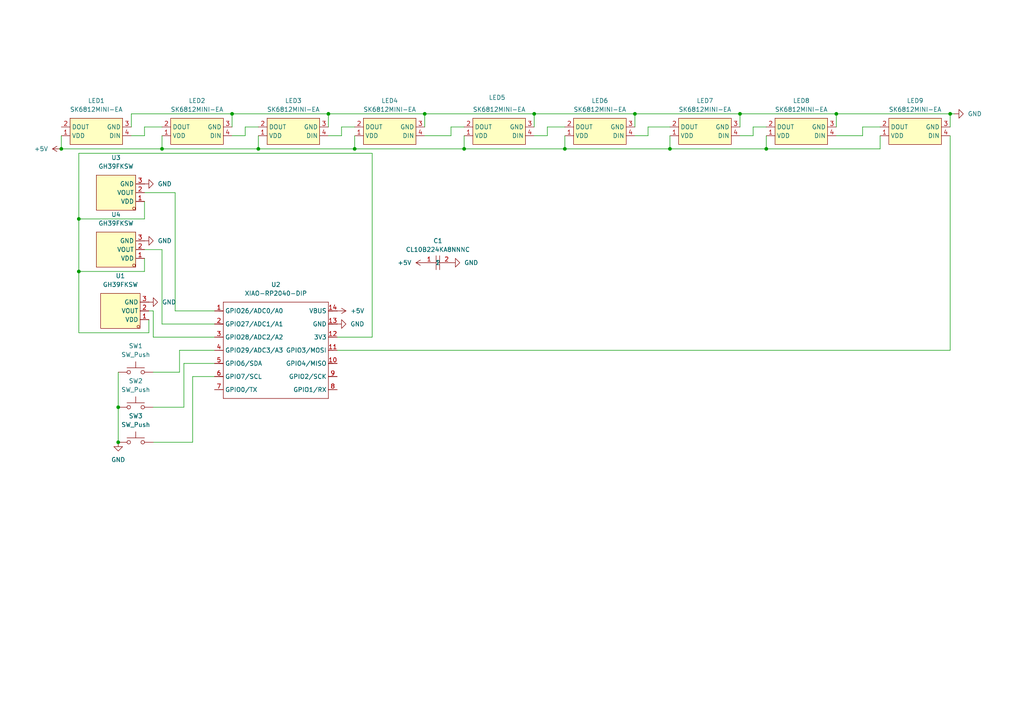
<source format=kicad_sch>
(kicad_sch
	(version 20250114)
	(generator "eeschema")
	(generator_version "9.0")
	(uuid "8875c4ca-cca3-4c1c-a2c3-c41df4339442")
	(paper "A4")
	(lib_symbols
		(symbol "EasyEDA:CL10B224KA8NNNC"
			(exclude_from_sim no)
			(in_bom yes)
			(on_board yes)
			(property "Reference" "C"
				(at 0 5.08 0)
				(effects
					(font
						(size 1.27 1.27)
					)
				)
			)
			(property "Value" "CL10B224KA8NNNC"
				(at 0 -5.08 0)
				(effects
					(font
						(size 1.27 1.27)
					)
				)
			)
			(property "Footprint" "EasyEDA:C0603"
				(at 0 -7.62 0)
				(effects
					(font
						(size 1.27 1.27)
					)
					(hide yes)
				)
			)
			(property "Datasheet" "https://lcsc.com/product-detail/Multilayer-Ceramic-Capacitors-MLCC-SMD-SMT_SAMSUNG_CL10B224KA8NNNC_220nF-224-10-25V_C21120.html"
				(at 0 -10.16 0)
				(effects
					(font
						(size 1.27 1.27)
					)
					(hide yes)
				)
			)
			(property "Description" ""
				(at 0 0 0)
				(effects
					(font
						(size 1.27 1.27)
					)
					(hide yes)
				)
			)
			(property "LCSC Part" "C21120"
				(at 0 -12.7 0)
				(effects
					(font
						(size 1.27 1.27)
					)
					(hide yes)
				)
			)
			(symbol "CL10B224KA8NNNC_0_1"
				(polyline
					(pts
						(xy -1.27 0) (xy -0.51 0)
					)
					(stroke
						(width 0)
						(type default)
					)
					(fill
						(type none)
					)
				)
				(polyline
					(pts
						(xy -0.51 2.03) (xy -0.51 -2.03)
					)
					(stroke
						(width 0)
						(type default)
					)
					(fill
						(type none)
					)
				)
				(polyline
					(pts
						(xy 0.51 2.03) (xy 0.51 -2.03)
					)
					(stroke
						(width 0)
						(type default)
					)
					(fill
						(type none)
					)
				)
				(polyline
					(pts
						(xy 0.51 0) (xy 1.27 0)
					)
					(stroke
						(width 0)
						(type default)
					)
					(fill
						(type none)
					)
				)
				(pin input line
					(at -3.81 0 0)
					(length 2.54)
					(name "1"
						(effects
							(font
								(size 1.27 1.27)
							)
						)
					)
					(number "1"
						(effects
							(font
								(size 1.27 1.27)
							)
						)
					)
				)
				(pin input line
					(at 3.81 0 180)
					(length 2.54)
					(name "2"
						(effects
							(font
								(size 1.27 1.27)
							)
						)
					)
					(number "2"
						(effects
							(font
								(size 1.27 1.27)
							)
						)
					)
				)
			)
			(embedded_fonts no)
		)
		(symbol "EasyEDA:GH39FKSW"
			(exclude_from_sim no)
			(in_bom yes)
			(on_board yes)
			(property "Reference" "U"
				(at 0 7.62 0)
				(effects
					(font
						(size 1.27 1.27)
					)
				)
			)
			(property "Value" "GH39FKSW"
				(at 0 -7.62 0)
				(effects
					(font
						(size 1.27 1.27)
					)
				)
			)
			(property "Footprint" "EasyEDA:SOT-23-3_L2.9-W1.3-P1.90-LS2.4-BR"
				(at 0 -10.16 0)
				(effects
					(font
						(size 1.27 1.27)
					)
					(hide yes)
				)
			)
			(property "Datasheet" "https://lcsc.com/product-detail/Sensors_GoChip-Elec-Tech-Shanghai-GH39FKSW_C266230.html"
				(at 0 -12.7 0)
				(effects
					(font
						(size 1.27 1.27)
					)
					(hide yes)
				)
			)
			(property "Description" ""
				(at 0 0 0)
				(effects
					(font
						(size 1.27 1.27)
					)
					(hide yes)
				)
			)
			(property "LCSC Part" "C266230"
				(at 0 -15.24 0)
				(effects
					(font
						(size 1.27 1.27)
					)
					(hide yes)
				)
			)
			(symbol "GH39FKSW_0_1"
				(rectangle
					(start -2.54 5.08)
					(end 8.89 -5.08)
					(stroke
						(width 0)
						(type default)
					)
					(fill
						(type background)
					)
				)
				(circle
					(center -2.03 4.57)
					(radius 0.38)
					(stroke
						(width 0)
						(type default)
					)
					(fill
						(type none)
					)
				)
				(pin unspecified line
					(at -5.08 2.54 0)
					(length 2.54)
					(name "VDD"
						(effects
							(font
								(size 1.27 1.27)
							)
						)
					)
					(number "1"
						(effects
							(font
								(size 1.27 1.27)
							)
						)
					)
				)
				(pin unspecified line
					(at -5.08 0 0)
					(length 2.54)
					(name "VOUT"
						(effects
							(font
								(size 1.27 1.27)
							)
						)
					)
					(number "2"
						(effects
							(font
								(size 1.27 1.27)
							)
						)
					)
				)
				(pin unspecified line
					(at -5.08 -2.54 0)
					(length 2.54)
					(name "GND"
						(effects
							(font
								(size 1.27 1.27)
							)
						)
					)
					(number "3"
						(effects
							(font
								(size 1.27 1.27)
							)
						)
					)
				)
			)
			(embedded_fonts no)
		)
		(symbol "EasyEDA:SK6812MINI-EA"
			(exclude_from_sim no)
			(in_bom yes)
			(on_board yes)
			(property "Reference" "LED"
				(at 0 6.35 0)
				(effects
					(font
						(size 1.27 1.27)
					)
				)
			)
			(property "Value" "SK6812MINI-EA"
				(at 0 -6.35 0)
				(effects
					(font
						(size 1.27 1.27)
					)
				)
			)
			(property "Footprint" "EasyEDA:LED-SMD_4P-L3.2-W2.8_SK6812MINI-EA"
				(at 0 -8.89 0)
				(effects
					(font
						(size 1.27 1.27)
					)
					(hide yes)
				)
			)
			(property "Datasheet" ""
				(at 0 0 0)
				(effects
					(font
						(size 1.27 1.27)
					)
					(hide yes)
				)
			)
			(property "Description" ""
				(at 0 0 0)
				(effects
					(font
						(size 1.27 1.27)
					)
					(hide yes)
				)
			)
			(property "LCSC Part" "C5378731"
				(at 0 -11.43 0)
				(effects
					(font
						(size 1.27 1.27)
					)
					(hide yes)
				)
			)
			(symbol "SK6812MINI-EA_0_1"
				(rectangle
					(start -7.62 3.81)
					(end 7.62 -3.81)
					(stroke
						(width 0)
						(type default)
					)
					(fill
						(type background)
					)
				)
				(pin unspecified line
					(at -10.16 1.27 0)
					(length 2.54)
					(name "DOUT"
						(effects
							(font
								(size 1.27 1.27)
							)
						)
					)
					(number "2"
						(effects
							(font
								(size 1.27 1.27)
							)
						)
					)
				)
				(pin unspecified line
					(at -10.16 -1.27 0)
					(length 2.54)
					(name "VDD"
						(effects
							(font
								(size 1.27 1.27)
							)
						)
					)
					(number "1"
						(effects
							(font
								(size 1.27 1.27)
							)
						)
					)
				)
				(pin unspecified line
					(at 10.16 1.27 180)
					(length 2.54)
					(name "GND"
						(effects
							(font
								(size 1.27 1.27)
							)
						)
					)
					(number "3"
						(effects
							(font
								(size 1.27 1.27)
							)
						)
					)
				)
				(pin unspecified line
					(at 10.16 -1.27 180)
					(length 2.54)
					(name "DIN"
						(effects
							(font
								(size 1.27 1.27)
							)
						)
					)
					(number "4"
						(effects
							(font
								(size 1.27 1.27)
							)
						)
					)
				)
			)
			(embedded_fonts no)
		)
		(symbol "Seeed_Studio_XIAO_Series:XIAO-RP2040-DIP"
			(exclude_from_sim no)
			(in_bom yes)
			(on_board yes)
			(property "Reference" "U"
				(at 0 0 0)
				(effects
					(font
						(size 1.27 1.27)
					)
				)
			)
			(property "Value" "XIAO-RP2040-DIP"
				(at 5.334 -1.778 0)
				(effects
					(font
						(size 1.27 1.27)
					)
				)
			)
			(property "Footprint" "Module:MOUDLE14P-XIAO-DIP-SMD"
				(at 14.478 -32.258 0)
				(effects
					(font
						(size 1.27 1.27)
					)
					(hide yes)
				)
			)
			(property "Datasheet" ""
				(at 0 0 0)
				(effects
					(font
						(size 1.27 1.27)
					)
					(hide yes)
				)
			)
			(property "Description" ""
				(at 0 0 0)
				(effects
					(font
						(size 1.27 1.27)
					)
					(hide yes)
				)
			)
			(symbol "XIAO-RP2040-DIP_1_0"
				(polyline
					(pts
						(xy -1.27 -2.54) (xy 29.21 -2.54)
					)
					(stroke
						(width 0.1524)
						(type solid)
					)
					(fill
						(type none)
					)
				)
				(polyline
					(pts
						(xy -1.27 -5.08) (xy -2.54 -5.08)
					)
					(stroke
						(width 0.1524)
						(type solid)
					)
					(fill
						(type none)
					)
				)
				(polyline
					(pts
						(xy -1.27 -5.08) (xy -1.27 -2.54)
					)
					(stroke
						(width 0.1524)
						(type solid)
					)
					(fill
						(type none)
					)
				)
				(polyline
					(pts
						(xy -1.27 -8.89) (xy -2.54 -8.89)
					)
					(stroke
						(width 0.1524)
						(type solid)
					)
					(fill
						(type none)
					)
				)
				(polyline
					(pts
						(xy -1.27 -8.89) (xy -1.27 -5.08)
					)
					(stroke
						(width 0.1524)
						(type solid)
					)
					(fill
						(type none)
					)
				)
				(polyline
					(pts
						(xy -1.27 -12.7) (xy -2.54 -12.7)
					)
					(stroke
						(width 0.1524)
						(type solid)
					)
					(fill
						(type none)
					)
				)
				(polyline
					(pts
						(xy -1.27 -12.7) (xy -1.27 -8.89)
					)
					(stroke
						(width 0.1524)
						(type solid)
					)
					(fill
						(type none)
					)
				)
				(polyline
					(pts
						(xy -1.27 -16.51) (xy -2.54 -16.51)
					)
					(stroke
						(width 0.1524)
						(type solid)
					)
					(fill
						(type none)
					)
				)
				(polyline
					(pts
						(xy -1.27 -16.51) (xy -1.27 -12.7)
					)
					(stroke
						(width 0.1524)
						(type solid)
					)
					(fill
						(type none)
					)
				)
				(polyline
					(pts
						(xy -1.27 -20.32) (xy -2.54 -20.32)
					)
					(stroke
						(width 0.1524)
						(type solid)
					)
					(fill
						(type none)
					)
				)
				(polyline
					(pts
						(xy -1.27 -24.13) (xy -2.54 -24.13)
					)
					(stroke
						(width 0.1524)
						(type solid)
					)
					(fill
						(type none)
					)
				)
				(polyline
					(pts
						(xy -1.27 -27.94) (xy -2.54 -27.94)
					)
					(stroke
						(width 0.1524)
						(type solid)
					)
					(fill
						(type none)
					)
				)
				(polyline
					(pts
						(xy -1.27 -30.48) (xy -1.27 -16.51)
					)
					(stroke
						(width 0.1524)
						(type solid)
					)
					(fill
						(type none)
					)
				)
				(polyline
					(pts
						(xy 29.21 -2.54) (xy 29.21 -5.08)
					)
					(stroke
						(width 0.1524)
						(type solid)
					)
					(fill
						(type none)
					)
				)
				(polyline
					(pts
						(xy 29.21 -5.08) (xy 29.21 -8.89)
					)
					(stroke
						(width 0.1524)
						(type solid)
					)
					(fill
						(type none)
					)
				)
				(polyline
					(pts
						(xy 29.21 -8.89) (xy 29.21 -12.7)
					)
					(stroke
						(width 0.1524)
						(type solid)
					)
					(fill
						(type none)
					)
				)
				(polyline
					(pts
						(xy 29.21 -12.7) (xy 29.21 -30.48)
					)
					(stroke
						(width 0.1524)
						(type solid)
					)
					(fill
						(type none)
					)
				)
				(polyline
					(pts
						(xy 29.21 -30.48) (xy -1.27 -30.48)
					)
					(stroke
						(width 0.1524)
						(type solid)
					)
					(fill
						(type none)
					)
				)
				(polyline
					(pts
						(xy 30.48 -5.08) (xy 29.21 -5.08)
					)
					(stroke
						(width 0.1524)
						(type solid)
					)
					(fill
						(type none)
					)
				)
				(polyline
					(pts
						(xy 30.48 -8.89) (xy 29.21 -8.89)
					)
					(stroke
						(width 0.1524)
						(type solid)
					)
					(fill
						(type none)
					)
				)
				(polyline
					(pts
						(xy 30.48 -12.7) (xy 29.21 -12.7)
					)
					(stroke
						(width 0.1524)
						(type solid)
					)
					(fill
						(type none)
					)
				)
				(polyline
					(pts
						(xy 30.48 -16.51) (xy 29.21 -16.51)
					)
					(stroke
						(width 0.1524)
						(type solid)
					)
					(fill
						(type none)
					)
				)
				(polyline
					(pts
						(xy 30.48 -20.32) (xy 29.21 -20.32)
					)
					(stroke
						(width 0.1524)
						(type solid)
					)
					(fill
						(type none)
					)
				)
				(polyline
					(pts
						(xy 30.48 -24.13) (xy 29.21 -24.13)
					)
					(stroke
						(width 0.1524)
						(type solid)
					)
					(fill
						(type none)
					)
				)
				(polyline
					(pts
						(xy 30.48 -27.94) (xy 29.21 -27.94)
					)
					(stroke
						(width 0.1524)
						(type solid)
					)
					(fill
						(type none)
					)
				)
				(pin passive line
					(at -3.81 -5.08 0)
					(length 2.54)
					(name "GPIO26/ADC0/A0"
						(effects
							(font
								(size 1.27 1.27)
							)
						)
					)
					(number "1"
						(effects
							(font
								(size 1.27 1.27)
							)
						)
					)
				)
				(pin passive line
					(at -3.81 -8.89 0)
					(length 2.54)
					(name "GPIO27/ADC1/A1"
						(effects
							(font
								(size 1.27 1.27)
							)
						)
					)
					(number "2"
						(effects
							(font
								(size 1.27 1.27)
							)
						)
					)
				)
				(pin passive line
					(at -3.81 -12.7 0)
					(length 2.54)
					(name "GPIO28/ADC2/A2"
						(effects
							(font
								(size 1.27 1.27)
							)
						)
					)
					(number "3"
						(effects
							(font
								(size 1.27 1.27)
							)
						)
					)
				)
				(pin passive line
					(at -3.81 -16.51 0)
					(length 2.54)
					(name "GPIO29/ADC3/A3"
						(effects
							(font
								(size 1.27 1.27)
							)
						)
					)
					(number "4"
						(effects
							(font
								(size 1.27 1.27)
							)
						)
					)
				)
				(pin passive line
					(at -3.81 -20.32 0)
					(length 2.54)
					(name "GPIO6/SDA"
						(effects
							(font
								(size 1.27 1.27)
							)
						)
					)
					(number "5"
						(effects
							(font
								(size 1.27 1.27)
							)
						)
					)
				)
				(pin passive line
					(at -3.81 -24.13 0)
					(length 2.54)
					(name "GPIO7/SCL"
						(effects
							(font
								(size 1.27 1.27)
							)
						)
					)
					(number "6"
						(effects
							(font
								(size 1.27 1.27)
							)
						)
					)
				)
				(pin passive line
					(at -3.81 -27.94 0)
					(length 2.54)
					(name "GPIO0/TX"
						(effects
							(font
								(size 1.27 1.27)
							)
						)
					)
					(number "7"
						(effects
							(font
								(size 1.27 1.27)
							)
						)
					)
				)
				(pin passive line
					(at 31.75 -5.08 180)
					(length 2.54)
					(name "VBUS"
						(effects
							(font
								(size 1.27 1.27)
							)
						)
					)
					(number "14"
						(effects
							(font
								(size 1.27 1.27)
							)
						)
					)
				)
				(pin passive line
					(at 31.75 -8.89 180)
					(length 2.54)
					(name "GND"
						(effects
							(font
								(size 1.27 1.27)
							)
						)
					)
					(number "13"
						(effects
							(font
								(size 1.27 1.27)
							)
						)
					)
				)
				(pin passive line
					(at 31.75 -12.7 180)
					(length 2.54)
					(name "3V3"
						(effects
							(font
								(size 1.27 1.27)
							)
						)
					)
					(number "12"
						(effects
							(font
								(size 1.27 1.27)
							)
						)
					)
				)
				(pin passive line
					(at 31.75 -16.51 180)
					(length 2.54)
					(name "GPIO3/MOSI"
						(effects
							(font
								(size 1.27 1.27)
							)
						)
					)
					(number "11"
						(effects
							(font
								(size 1.27 1.27)
							)
						)
					)
				)
				(pin passive line
					(at 31.75 -20.32 180)
					(length 2.54)
					(name "GPIO4/MISO"
						(effects
							(font
								(size 1.27 1.27)
							)
						)
					)
					(number "10"
						(effects
							(font
								(size 1.27 1.27)
							)
						)
					)
				)
				(pin passive line
					(at 31.75 -24.13 180)
					(length 2.54)
					(name "GPIO2/SCK"
						(effects
							(font
								(size 1.27 1.27)
							)
						)
					)
					(number "9"
						(effects
							(font
								(size 1.27 1.27)
							)
						)
					)
				)
				(pin passive line
					(at 31.75 -27.94 180)
					(length 2.54)
					(name "GPIO1/RX"
						(effects
							(font
								(size 1.27 1.27)
							)
						)
					)
					(number "8"
						(effects
							(font
								(size 1.27 1.27)
							)
						)
					)
				)
			)
			(embedded_fonts no)
		)
		(symbol "Switch:SW_Push"
			(pin_numbers
				(hide yes)
			)
			(pin_names
				(offset 1.016)
				(hide yes)
			)
			(exclude_from_sim no)
			(in_bom yes)
			(on_board yes)
			(property "Reference" "SW"
				(at 1.27 2.54 0)
				(effects
					(font
						(size 1.27 1.27)
					)
					(justify left)
				)
			)
			(property "Value" "SW_Push"
				(at 0 -1.524 0)
				(effects
					(font
						(size 1.27 1.27)
					)
				)
			)
			(property "Footprint" ""
				(at 0 5.08 0)
				(effects
					(font
						(size 1.27 1.27)
					)
					(hide yes)
				)
			)
			(property "Datasheet" "~"
				(at 0 5.08 0)
				(effects
					(font
						(size 1.27 1.27)
					)
					(hide yes)
				)
			)
			(property "Description" "Push button switch, generic, two pins"
				(at 0 0 0)
				(effects
					(font
						(size 1.27 1.27)
					)
					(hide yes)
				)
			)
			(property "ki_keywords" "switch normally-open pushbutton push-button"
				(at 0 0 0)
				(effects
					(font
						(size 1.27 1.27)
					)
					(hide yes)
				)
			)
			(symbol "SW_Push_0_1"
				(circle
					(center -2.032 0)
					(radius 0.508)
					(stroke
						(width 0)
						(type default)
					)
					(fill
						(type none)
					)
				)
				(polyline
					(pts
						(xy 0 1.27) (xy 0 3.048)
					)
					(stroke
						(width 0)
						(type default)
					)
					(fill
						(type none)
					)
				)
				(circle
					(center 2.032 0)
					(radius 0.508)
					(stroke
						(width 0)
						(type default)
					)
					(fill
						(type none)
					)
				)
				(polyline
					(pts
						(xy 2.54 1.27) (xy -2.54 1.27)
					)
					(stroke
						(width 0)
						(type default)
					)
					(fill
						(type none)
					)
				)
				(pin passive line
					(at -5.08 0 0)
					(length 2.54)
					(name "1"
						(effects
							(font
								(size 1.27 1.27)
							)
						)
					)
					(number "1"
						(effects
							(font
								(size 1.27 1.27)
							)
						)
					)
				)
				(pin passive line
					(at 5.08 0 180)
					(length 2.54)
					(name "2"
						(effects
							(font
								(size 1.27 1.27)
							)
						)
					)
					(number "2"
						(effects
							(font
								(size 1.27 1.27)
							)
						)
					)
				)
			)
			(embedded_fonts no)
		)
		(symbol "power:+5V"
			(power)
			(pin_numbers
				(hide yes)
			)
			(pin_names
				(offset 0)
				(hide yes)
			)
			(exclude_from_sim no)
			(in_bom yes)
			(on_board yes)
			(property "Reference" "#PWR"
				(at 0 -3.81 0)
				(effects
					(font
						(size 1.27 1.27)
					)
					(hide yes)
				)
			)
			(property "Value" "+5V"
				(at 0 3.556 0)
				(effects
					(font
						(size 1.27 1.27)
					)
				)
			)
			(property "Footprint" ""
				(at 0 0 0)
				(effects
					(font
						(size 1.27 1.27)
					)
					(hide yes)
				)
			)
			(property "Datasheet" ""
				(at 0 0 0)
				(effects
					(font
						(size 1.27 1.27)
					)
					(hide yes)
				)
			)
			(property "Description" "Power symbol creates a global label with name \"+5V\""
				(at 0 0 0)
				(effects
					(font
						(size 1.27 1.27)
					)
					(hide yes)
				)
			)
			(property "ki_keywords" "global power"
				(at 0 0 0)
				(effects
					(font
						(size 1.27 1.27)
					)
					(hide yes)
				)
			)
			(symbol "+5V_0_1"
				(polyline
					(pts
						(xy -0.762 1.27) (xy 0 2.54)
					)
					(stroke
						(width 0)
						(type default)
					)
					(fill
						(type none)
					)
				)
				(polyline
					(pts
						(xy 0 2.54) (xy 0.762 1.27)
					)
					(stroke
						(width 0)
						(type default)
					)
					(fill
						(type none)
					)
				)
				(polyline
					(pts
						(xy 0 0) (xy 0 2.54)
					)
					(stroke
						(width 0)
						(type default)
					)
					(fill
						(type none)
					)
				)
			)
			(symbol "+5V_1_1"
				(pin power_in line
					(at 0 0 90)
					(length 0)
					(name "~"
						(effects
							(font
								(size 1.27 1.27)
							)
						)
					)
					(number "1"
						(effects
							(font
								(size 1.27 1.27)
							)
						)
					)
				)
			)
			(embedded_fonts no)
		)
		(symbol "power:GND"
			(power)
			(pin_numbers
				(hide yes)
			)
			(pin_names
				(offset 0)
				(hide yes)
			)
			(exclude_from_sim no)
			(in_bom yes)
			(on_board yes)
			(property "Reference" "#PWR"
				(at 0 -6.35 0)
				(effects
					(font
						(size 1.27 1.27)
					)
					(hide yes)
				)
			)
			(property "Value" "GND"
				(at 0 -3.81 0)
				(effects
					(font
						(size 1.27 1.27)
					)
				)
			)
			(property "Footprint" ""
				(at 0 0 0)
				(effects
					(font
						(size 1.27 1.27)
					)
					(hide yes)
				)
			)
			(property "Datasheet" ""
				(at 0 0 0)
				(effects
					(font
						(size 1.27 1.27)
					)
					(hide yes)
				)
			)
			(property "Description" "Power symbol creates a global label with name \"GND\" , ground"
				(at 0 0 0)
				(effects
					(font
						(size 1.27 1.27)
					)
					(hide yes)
				)
			)
			(property "ki_keywords" "global power"
				(at 0 0 0)
				(effects
					(font
						(size 1.27 1.27)
					)
					(hide yes)
				)
			)
			(symbol "GND_0_1"
				(polyline
					(pts
						(xy 0 0) (xy 0 -1.27) (xy 1.27 -1.27) (xy 0 -2.54) (xy -1.27 -1.27) (xy 0 -1.27)
					)
					(stroke
						(width 0)
						(type default)
					)
					(fill
						(type none)
					)
				)
			)
			(symbol "GND_1_1"
				(pin power_in line
					(at 0 0 270)
					(length 0)
					(name "~"
						(effects
							(font
								(size 1.27 1.27)
							)
						)
					)
					(number "1"
						(effects
							(font
								(size 1.27 1.27)
							)
						)
					)
				)
			)
			(embedded_fonts no)
		)
	)
	(junction
		(at 123.19 33.02)
		(diameter 0)
		(color 0 0 0 0)
		(uuid "16bc4c39-ded1-41f8-b5a8-4e5dc1a6885b")
	)
	(junction
		(at 67.31 33.02)
		(diameter 0)
		(color 0 0 0 0)
		(uuid "19ef3103-6009-4ed6-b01b-f64d5dc91bca")
	)
	(junction
		(at 22.86 63.5)
		(diameter 0)
		(color 0 0 0 0)
		(uuid "3558360e-8c2f-4d0a-86b9-9662c47b49dc")
	)
	(junction
		(at 74.93 43.18)
		(diameter 0)
		(color 0 0 0 0)
		(uuid "3b35c1c0-9095-43f0-bce0-89ad3b50638e")
	)
	(junction
		(at 184.15 33.02)
		(diameter 0)
		(color 0 0 0 0)
		(uuid "566c2ec1-c32f-4575-b4ab-654c8393dc4b")
	)
	(junction
		(at 214.63 33.02)
		(diameter 0)
		(color 0 0 0 0)
		(uuid "62513735-be44-4ad0-98f6-974fe5808be4")
	)
	(junction
		(at 242.57 33.02)
		(diameter 0)
		(color 0 0 0 0)
		(uuid "688cff81-34e1-4a25-8138-66bfc1763d43")
	)
	(junction
		(at 46.99 43.18)
		(diameter 0)
		(color 0 0 0 0)
		(uuid "73ebb2e4-58a1-45fa-8b70-0153742b64de")
	)
	(junction
		(at 275.59 33.02)
		(diameter 0)
		(color 0 0 0 0)
		(uuid "78389a0b-750d-42d9-b6a4-16cfee39d2b0")
	)
	(junction
		(at 134.62 43.18)
		(diameter 0)
		(color 0 0 0 0)
		(uuid "8d53a211-c101-46c4-867d-9e9e02640fd0")
	)
	(junction
		(at 95.25 33.02)
		(diameter 0)
		(color 0 0 0 0)
		(uuid "8eefaeca-788f-4b5e-80a8-bd7a96c685de")
	)
	(junction
		(at 194.31 43.18)
		(diameter 0)
		(color 0 0 0 0)
		(uuid "96011cda-6f8e-4282-8b62-369ab5dfea56")
	)
	(junction
		(at 222.25 43.18)
		(diameter 0)
		(color 0 0 0 0)
		(uuid "b384e128-1c17-4f37-99be-85ee085f90dd")
	)
	(junction
		(at 34.29 118.11)
		(diameter 0)
		(color 0 0 0 0)
		(uuid "b9512a22-743c-4edc-b631-295b4e4c5d5a")
	)
	(junction
		(at 34.29 128.27)
		(diameter 0)
		(color 0 0 0 0)
		(uuid "ce2f4ecf-5126-4e89-be6b-8a0d5f4591fd")
	)
	(junction
		(at 102.87 43.18)
		(diameter 0)
		(color 0 0 0 0)
		(uuid "d8b235be-fc61-466b-9d6c-071c2980ebfc")
	)
	(junction
		(at 22.86 78.74)
		(diameter 0)
		(color 0 0 0 0)
		(uuid "e8f9249e-30e7-4039-a1f5-96ca21f007e8")
	)
	(junction
		(at 17.78 43.18)
		(diameter 0)
		(color 0 0 0 0)
		(uuid "e9d284e3-f760-428f-bb8b-9ecc3558f7cb")
	)
	(junction
		(at 154.94 33.02)
		(diameter 0)
		(color 0 0 0 0)
		(uuid "f9f824f5-c9e4-4749-a071-a6d2ab5e7753")
	)
	(junction
		(at 163.83 43.18)
		(diameter 0)
		(color 0 0 0 0)
		(uuid "fc3d36cb-d086-4e9d-9d5d-35566acac5fe")
	)
	(wire
		(pts
			(xy 163.83 43.18) (xy 194.31 43.18)
		)
		(stroke
			(width 0)
			(type default)
		)
		(uuid "047f56d9-6e00-48dc-a914-993330992632")
	)
	(wire
		(pts
			(xy 130.81 39.37) (xy 130.81 36.83)
		)
		(stroke
			(width 0)
			(type default)
		)
		(uuid "0579ed65-52d7-4d59-a232-7a43cd05f8fe")
	)
	(wire
		(pts
			(xy 95.25 39.37) (xy 99.06 39.37)
		)
		(stroke
			(width 0)
			(type default)
		)
		(uuid "0beff570-92f9-478d-95ef-622e1b339823")
	)
	(wire
		(pts
			(xy 34.29 118.11) (xy 34.29 128.27)
		)
		(stroke
			(width 0)
			(type default)
		)
		(uuid "0de8875c-dc7e-464e-a8cb-e98b759344a2")
	)
	(wire
		(pts
			(xy 44.45 90.17) (xy 44.45 97.79)
		)
		(stroke
			(width 0)
			(type default)
		)
		(uuid "103a4b9e-54d5-41c3-8096-fed70ed0a899")
	)
	(wire
		(pts
			(xy 107.95 44.45) (xy 107.95 97.79)
		)
		(stroke
			(width 0)
			(type default)
		)
		(uuid "129735a5-29ee-4409-8380-ddcfef7f8165")
	)
	(wire
		(pts
			(xy 255.27 43.18) (xy 255.27 39.37)
		)
		(stroke
			(width 0)
			(type default)
		)
		(uuid "12d29887-18c4-4f1e-aa20-016696079d85")
	)
	(wire
		(pts
			(xy 74.93 43.18) (xy 102.87 43.18)
		)
		(stroke
			(width 0)
			(type default)
		)
		(uuid "12f10fad-c5c0-48f9-b832-109e3fa06806")
	)
	(wire
		(pts
			(xy 22.86 78.74) (xy 22.86 96.52)
		)
		(stroke
			(width 0)
			(type default)
		)
		(uuid "17215477-ba0f-419c-98cb-f44a1ac0f614")
	)
	(wire
		(pts
			(xy 52.07 101.6) (xy 62.23 101.6)
		)
		(stroke
			(width 0)
			(type default)
		)
		(uuid "1a2b1d0b-9911-4e1a-b9f0-b4752000c961")
	)
	(wire
		(pts
			(xy 194.31 43.18) (xy 194.31 39.37)
		)
		(stroke
			(width 0)
			(type default)
		)
		(uuid "1a422690-917e-4743-bcdd-d552fc02a872")
	)
	(wire
		(pts
			(xy 22.86 63.5) (xy 22.86 78.74)
		)
		(stroke
			(width 0)
			(type default)
		)
		(uuid "1c36f5e3-772b-4221-9478-d8958770dd54")
	)
	(wire
		(pts
			(xy 123.19 33.02) (xy 123.19 36.83)
		)
		(stroke
			(width 0)
			(type default)
		)
		(uuid "1d59229c-5d9d-478d-9a9c-a8bc7aeca1d6")
	)
	(wire
		(pts
			(xy 52.07 107.95) (xy 52.07 101.6)
		)
		(stroke
			(width 0)
			(type default)
		)
		(uuid "1e914eaa-d6e1-470e-a472-dd8d8c8d268d")
	)
	(wire
		(pts
			(xy 41.91 58.42) (xy 41.91 63.5)
		)
		(stroke
			(width 0)
			(type default)
		)
		(uuid "22cfd5fb-d80c-4e1b-a82c-422c8c6d042f")
	)
	(wire
		(pts
			(xy 38.1 33.02) (xy 67.31 33.02)
		)
		(stroke
			(width 0)
			(type default)
		)
		(uuid "245a6819-5e18-44ba-b31a-3f3eab03c952")
	)
	(wire
		(pts
			(xy 53.34 105.41) (xy 53.34 118.11)
		)
		(stroke
			(width 0)
			(type default)
		)
		(uuid "284e405d-529e-46c8-b6d4-86f413170f84")
	)
	(wire
		(pts
			(xy 43.18 90.17) (xy 44.45 90.17)
		)
		(stroke
			(width 0)
			(type default)
		)
		(uuid "28ae35f5-ca8c-49a9-95bc-ecb05c2e48dc")
	)
	(wire
		(pts
			(xy 41.91 39.37) (xy 41.91 36.83)
		)
		(stroke
			(width 0)
			(type default)
		)
		(uuid "2bc641ed-cbbf-4f04-ae40-d46a2aab4599")
	)
	(wire
		(pts
			(xy 214.63 33.02) (xy 214.63 36.83)
		)
		(stroke
			(width 0)
			(type default)
		)
		(uuid "3078dd8f-c6bd-4fd4-9e4c-38dd0b0b3561")
	)
	(wire
		(pts
			(xy 55.88 109.22) (xy 55.88 128.27)
		)
		(stroke
			(width 0)
			(type default)
		)
		(uuid "3269aa80-436c-4d7a-9476-fc9590d4e87d")
	)
	(wire
		(pts
			(xy 130.81 36.83) (xy 134.62 36.83)
		)
		(stroke
			(width 0)
			(type default)
		)
		(uuid "37441424-aa9a-411c-b582-81f8dfebb02d")
	)
	(wire
		(pts
			(xy 95.25 33.02) (xy 123.19 33.02)
		)
		(stroke
			(width 0)
			(type default)
		)
		(uuid "3a40a06d-a536-4079-af57-9ab0809dacf9")
	)
	(wire
		(pts
			(xy 214.63 33.02) (xy 242.57 33.02)
		)
		(stroke
			(width 0)
			(type default)
		)
		(uuid "3f365660-ee7d-424a-80d5-714a85077b73")
	)
	(wire
		(pts
			(xy 218.44 36.83) (xy 222.25 36.83)
		)
		(stroke
			(width 0)
			(type default)
		)
		(uuid "450411e1-14be-465a-9c4c-2c278913e9c7")
	)
	(wire
		(pts
			(xy 102.87 43.18) (xy 134.62 43.18)
		)
		(stroke
			(width 0)
			(type default)
		)
		(uuid "481ada03-1687-4556-bb85-c384b5659587")
	)
	(wire
		(pts
			(xy 46.99 43.18) (xy 46.99 39.37)
		)
		(stroke
			(width 0)
			(type default)
		)
		(uuid "4932f98d-e1d0-43dc-b7ab-944ec981ff80")
	)
	(wire
		(pts
			(xy 71.12 36.83) (xy 74.93 36.83)
		)
		(stroke
			(width 0)
			(type default)
		)
		(uuid "4d4efcec-fd94-44ba-b83b-7e0f781ee633")
	)
	(wire
		(pts
			(xy 158.75 36.83) (xy 163.83 36.83)
		)
		(stroke
			(width 0)
			(type default)
		)
		(uuid "4f745e8a-2e67-486e-a6ae-0fbef9ab8bde")
	)
	(wire
		(pts
			(xy 46.99 72.39) (xy 46.99 93.98)
		)
		(stroke
			(width 0)
			(type default)
		)
		(uuid "51b0ddba-0228-4db7-b013-7356b33da851")
	)
	(wire
		(pts
			(xy 46.99 93.98) (xy 62.23 93.98)
		)
		(stroke
			(width 0)
			(type default)
		)
		(uuid "51df6efd-e837-420a-b79b-83c6a03ca5c9")
	)
	(wire
		(pts
			(xy 44.45 97.79) (xy 62.23 97.79)
		)
		(stroke
			(width 0)
			(type default)
		)
		(uuid "5368e1d0-c27b-4e62-b43d-7f50e4be3322")
	)
	(wire
		(pts
			(xy 99.06 39.37) (xy 99.06 36.83)
		)
		(stroke
			(width 0)
			(type default)
		)
		(uuid "56a5ae51-94ee-4f79-a40c-10bff415a0d2")
	)
	(wire
		(pts
			(xy 242.57 39.37) (xy 250.19 39.37)
		)
		(stroke
			(width 0)
			(type default)
		)
		(uuid "5834bfd5-4e81-4a7d-9429-fcd5aeffa5d9")
	)
	(wire
		(pts
			(xy 134.62 43.18) (xy 134.62 39.37)
		)
		(stroke
			(width 0)
			(type default)
		)
		(uuid "681e9310-9656-46e5-8bd3-6ea58bccccb8")
	)
	(wire
		(pts
			(xy 67.31 33.02) (xy 67.31 36.83)
		)
		(stroke
			(width 0)
			(type default)
		)
		(uuid "687d27ca-ac08-4512-9b43-56f40ce139d4")
	)
	(wire
		(pts
			(xy 184.15 39.37) (xy 187.96 39.37)
		)
		(stroke
			(width 0)
			(type default)
		)
		(uuid "6bc36b4c-33c8-4de0-8a7e-a82e6440d6be")
	)
	(wire
		(pts
			(xy 242.57 33.02) (xy 275.59 33.02)
		)
		(stroke
			(width 0)
			(type default)
		)
		(uuid "6cd3c1c0-dc27-4439-ba12-9f3256f7c177")
	)
	(wire
		(pts
			(xy 53.34 105.41) (xy 62.23 105.41)
		)
		(stroke
			(width 0)
			(type default)
		)
		(uuid "6db7821b-72f8-4647-be40-1f246c851fba")
	)
	(wire
		(pts
			(xy 71.12 39.37) (xy 71.12 36.83)
		)
		(stroke
			(width 0)
			(type default)
		)
		(uuid "6f331ded-55b4-45e4-b45e-78c4c2ea295a")
	)
	(wire
		(pts
			(xy 275.59 39.37) (xy 275.59 101.6)
		)
		(stroke
			(width 0)
			(type default)
		)
		(uuid "71caf9fa-8e92-4890-be5e-58d247cc716a")
	)
	(wire
		(pts
			(xy 242.57 33.02) (xy 242.57 36.83)
		)
		(stroke
			(width 0)
			(type default)
		)
		(uuid "727f3ce6-eac4-4bbf-b420-6f7063fd587d")
	)
	(wire
		(pts
			(xy 250.19 39.37) (xy 250.19 36.83)
		)
		(stroke
			(width 0)
			(type default)
		)
		(uuid "73369bf5-3dea-4719-8c25-6e56b1cf8ed5")
	)
	(wire
		(pts
			(xy 214.63 39.37) (xy 218.44 39.37)
		)
		(stroke
			(width 0)
			(type default)
		)
		(uuid "740d53ed-7482-4846-97e1-e9e34fb4ba45")
	)
	(wire
		(pts
			(xy 275.59 101.6) (xy 97.79 101.6)
		)
		(stroke
			(width 0)
			(type default)
		)
		(uuid "74c9ad79-7059-40ce-8eaf-e85a4ee6fc5e")
	)
	(wire
		(pts
			(xy 250.19 36.83) (xy 255.27 36.83)
		)
		(stroke
			(width 0)
			(type default)
		)
		(uuid "755f651c-fa6d-4e1c-b02e-a06d488b582b")
	)
	(wire
		(pts
			(xy 38.1 39.37) (xy 41.91 39.37)
		)
		(stroke
			(width 0)
			(type default)
		)
		(uuid "76c40e84-03ab-4598-965e-fb7f13bcd88a")
	)
	(wire
		(pts
			(xy 22.86 44.45) (xy 22.86 63.5)
		)
		(stroke
			(width 0)
			(type default)
		)
		(uuid "78362726-5d22-4a41-a82e-43a557be80e5")
	)
	(wire
		(pts
			(xy 22.86 44.45) (xy 107.95 44.45)
		)
		(stroke
			(width 0)
			(type default)
		)
		(uuid "789bdbf8-ffbe-47f9-8107-9ce8d87d090c")
	)
	(wire
		(pts
			(xy 46.99 43.18) (xy 74.93 43.18)
		)
		(stroke
			(width 0)
			(type default)
		)
		(uuid "7a8d40ef-fc7e-45a6-ad76-dea9b2f26e84")
	)
	(wire
		(pts
			(xy 123.19 33.02) (xy 154.94 33.02)
		)
		(stroke
			(width 0)
			(type default)
		)
		(uuid "7b8a3c56-bdd9-4687-a029-35e800a63066")
	)
	(wire
		(pts
			(xy 275.59 33.02) (xy 275.59 36.83)
		)
		(stroke
			(width 0)
			(type default)
		)
		(uuid "7c79a39c-d048-4308-85af-6e81fc24c845")
	)
	(wire
		(pts
			(xy 99.06 36.83) (xy 102.87 36.83)
		)
		(stroke
			(width 0)
			(type default)
		)
		(uuid "83ad7222-02b2-4feb-991d-cc54ec56a9c5")
	)
	(wire
		(pts
			(xy 41.91 72.39) (xy 46.99 72.39)
		)
		(stroke
			(width 0)
			(type default)
		)
		(uuid "8512dfe4-1d4d-4eae-98bb-fc8b745c31db")
	)
	(wire
		(pts
			(xy 43.18 96.52) (xy 22.86 96.52)
		)
		(stroke
			(width 0)
			(type default)
		)
		(uuid "855aabd1-fa26-4952-9cc4-8be3e2b40dd2")
	)
	(wire
		(pts
			(xy 44.45 107.95) (xy 52.07 107.95)
		)
		(stroke
			(width 0)
			(type default)
		)
		(uuid "86061936-fc30-484a-aa50-b579be786322")
	)
	(wire
		(pts
			(xy 107.95 97.79) (xy 97.79 97.79)
		)
		(stroke
			(width 0)
			(type default)
		)
		(uuid "890adfbb-4f35-4e5a-bf28-ba1dc0d0ac46")
	)
	(wire
		(pts
			(xy 17.78 39.37) (xy 17.78 43.18)
		)
		(stroke
			(width 0)
			(type default)
		)
		(uuid "8aee30cb-7dd4-4e5a-a3c7-f73a67d86558")
	)
	(wire
		(pts
			(xy 50.8 55.88) (xy 50.8 90.17)
		)
		(stroke
			(width 0)
			(type default)
		)
		(uuid "8e4d603d-628c-4cc4-9d59-073de80dd1d3")
	)
	(wire
		(pts
			(xy 55.88 128.27) (xy 44.45 128.27)
		)
		(stroke
			(width 0)
			(type default)
		)
		(uuid "922737be-96de-4bca-8598-fc100b48f3f9")
	)
	(wire
		(pts
			(xy 41.91 63.5) (xy 22.86 63.5)
		)
		(stroke
			(width 0)
			(type default)
		)
		(uuid "9726c396-c811-425c-a122-38e161c9623e")
	)
	(wire
		(pts
			(xy 123.19 39.37) (xy 130.81 39.37)
		)
		(stroke
			(width 0)
			(type default)
		)
		(uuid "9bf3d1ee-b3ec-4992-a023-e466b227e004")
	)
	(wire
		(pts
			(xy 163.83 43.18) (xy 163.83 39.37)
		)
		(stroke
			(width 0)
			(type default)
		)
		(uuid "a55dcc81-2926-4546-9c2e-d2dda50bc2d1")
	)
	(wire
		(pts
			(xy 53.34 118.11) (xy 44.45 118.11)
		)
		(stroke
			(width 0)
			(type default)
		)
		(uuid "a9fc621d-5e9d-46e5-8bd0-c984db31db02")
	)
	(wire
		(pts
			(xy 62.23 109.22) (xy 55.88 109.22)
		)
		(stroke
			(width 0)
			(type default)
		)
		(uuid "ad4fe986-e90c-476b-b5e0-c7935a08f78a")
	)
	(wire
		(pts
			(xy 154.94 33.02) (xy 154.94 36.83)
		)
		(stroke
			(width 0)
			(type default)
		)
		(uuid "ae9ae24d-3cb5-4186-b20d-6d29dff0af6d")
	)
	(wire
		(pts
			(xy 184.15 33.02) (xy 214.63 33.02)
		)
		(stroke
			(width 0)
			(type default)
		)
		(uuid "afd295ff-c39d-448d-ae32-7e50629f09e0")
	)
	(wire
		(pts
			(xy 134.62 43.18) (xy 163.83 43.18)
		)
		(stroke
			(width 0)
			(type default)
		)
		(uuid "b48c68fd-dea5-435a-b2d9-cf657ff7c6f9")
	)
	(wire
		(pts
			(xy 187.96 36.83) (xy 194.31 36.83)
		)
		(stroke
			(width 0)
			(type default)
		)
		(uuid "b4e4a4cd-66e6-49ae-8e0d-8a8eba1ffba8")
	)
	(wire
		(pts
			(xy 222.25 43.18) (xy 255.27 43.18)
		)
		(stroke
			(width 0)
			(type default)
		)
		(uuid "b6a4da1a-f2dd-4571-89fa-daf63f6e29c8")
	)
	(wire
		(pts
			(xy 74.93 39.37) (xy 74.93 43.18)
		)
		(stroke
			(width 0)
			(type default)
		)
		(uuid "c3a5b0ff-19dc-4338-a015-33b92ecf902e")
	)
	(wire
		(pts
			(xy 95.25 33.02) (xy 95.25 36.83)
		)
		(stroke
			(width 0)
			(type default)
		)
		(uuid "c449e350-f8da-4652-a2e5-de5e08835305")
	)
	(wire
		(pts
			(xy 41.91 36.83) (xy 46.99 36.83)
		)
		(stroke
			(width 0)
			(type default)
		)
		(uuid "c5f53b71-e59f-4c31-8bdd-de4270907308")
	)
	(wire
		(pts
			(xy 154.94 39.37) (xy 158.75 39.37)
		)
		(stroke
			(width 0)
			(type default)
		)
		(uuid "c840c480-56da-4e99-9cd6-c80d011cf8d9")
	)
	(wire
		(pts
			(xy 17.78 43.18) (xy 46.99 43.18)
		)
		(stroke
			(width 0)
			(type default)
		)
		(uuid "cbf290fc-d78d-434a-8400-664294aa8e84")
	)
	(wire
		(pts
			(xy 41.91 74.93) (xy 41.91 78.74)
		)
		(stroke
			(width 0)
			(type default)
		)
		(uuid "d334ee8a-6209-46d7-8180-2e2a04e5baec")
	)
	(wire
		(pts
			(xy 38.1 36.83) (xy 38.1 33.02)
		)
		(stroke
			(width 0)
			(type default)
		)
		(uuid "d4bb5a48-155e-4c1d-be87-a9944647e616")
	)
	(wire
		(pts
			(xy 102.87 43.18) (xy 102.87 39.37)
		)
		(stroke
			(width 0)
			(type default)
		)
		(uuid "d519f7b6-ca3b-468c-8757-291dae4c2d10")
	)
	(wire
		(pts
			(xy 187.96 39.37) (xy 187.96 36.83)
		)
		(stroke
			(width 0)
			(type default)
		)
		(uuid "d7f489e3-83b7-485f-8029-b94475bfd125")
	)
	(wire
		(pts
			(xy 50.8 90.17) (xy 62.23 90.17)
		)
		(stroke
			(width 0)
			(type default)
		)
		(uuid "d933e7a1-878a-4f53-aed4-238734eb07f3")
	)
	(wire
		(pts
			(xy 154.94 33.02) (xy 184.15 33.02)
		)
		(stroke
			(width 0)
			(type default)
		)
		(uuid "dcb22980-681e-417b-8505-d0f44d8b383d")
	)
	(wire
		(pts
			(xy 184.15 33.02) (xy 184.15 36.83)
		)
		(stroke
			(width 0)
			(type default)
		)
		(uuid "df3ab7fc-e6e8-49b2-8471-b5e5b033f935")
	)
	(wire
		(pts
			(xy 67.31 39.37) (xy 71.12 39.37)
		)
		(stroke
			(width 0)
			(type default)
		)
		(uuid "e0093133-45ef-484c-885d-a69769572618")
	)
	(wire
		(pts
			(xy 218.44 39.37) (xy 218.44 36.83)
		)
		(stroke
			(width 0)
			(type default)
		)
		(uuid "e044d5f3-c564-48ff-a2e7-ea376e26e08b")
	)
	(wire
		(pts
			(xy 158.75 39.37) (xy 158.75 36.83)
		)
		(stroke
			(width 0)
			(type default)
		)
		(uuid "e42057c6-ee89-46ea-95e8-7a61e23fefa6")
	)
	(wire
		(pts
			(xy 194.31 43.18) (xy 222.25 43.18)
		)
		(stroke
			(width 0)
			(type default)
		)
		(uuid "e4953cb0-1f27-4c45-bc5d-d1b0ce16c039")
	)
	(wire
		(pts
			(xy 34.29 107.95) (xy 34.29 118.11)
		)
		(stroke
			(width 0)
			(type default)
		)
		(uuid "ea8b9ac4-4332-415d-840e-6392b6fbb237")
	)
	(wire
		(pts
			(xy 41.91 55.88) (xy 50.8 55.88)
		)
		(stroke
			(width 0)
			(type default)
		)
		(uuid "eee49914-e963-4a5d-8649-d541a3983610")
	)
	(wire
		(pts
			(xy 43.18 92.71) (xy 43.18 96.52)
		)
		(stroke
			(width 0)
			(type default)
		)
		(uuid "ef698cee-647a-4634-9961-e495384d036a")
	)
	(wire
		(pts
			(xy 222.25 43.18) (xy 222.25 39.37)
		)
		(stroke
			(width 0)
			(type default)
		)
		(uuid "f4fe3935-e252-4fbb-ae95-51c3b38de788")
	)
	(wire
		(pts
			(xy 276.86 33.02) (xy 275.59 33.02)
		)
		(stroke
			(width 0)
			(type default)
		)
		(uuid "fd9e5015-0339-49ee-98d1-07d1bae9f8e0")
	)
	(wire
		(pts
			(xy 41.91 78.74) (xy 22.86 78.74)
		)
		(stroke
			(width 0)
			(type default)
		)
		(uuid "fea3a142-f870-4d77-bb75-70b006672398")
	)
	(wire
		(pts
			(xy 67.31 33.02) (xy 95.25 33.02)
		)
		(stroke
			(width 0)
			(type default)
		)
		(uuid "fecd4fc2-5054-49a3-8cfb-1e1437d23295")
	)
	(symbol
		(lib_id "Switch:SW_Push")
		(at 39.37 128.27 0)
		(unit 1)
		(exclude_from_sim no)
		(in_bom yes)
		(on_board yes)
		(dnp no)
		(fields_autoplaced yes)
		(uuid "01a938ef-97ef-405e-99ee-300850fb8442")
		(property "Reference" "SW3"
			(at 39.37 120.65 0)
			(effects
				(font
					(size 1.27 1.27)
				)
			)
		)
		(property "Value" "SW_Push"
			(at 39.37 123.19 0)
			(effects
				(font
					(size 1.27 1.27)
				)
			)
		)
		(property "Footprint" "Button_Switch_Keyboard:SW_Cherry_MX_1.00u_PCB"
			(at 39.37 123.19 0)
			(effects
				(font
					(size 1.27 1.27)
				)
				(hide yes)
			)
		)
		(property "Datasheet" "~"
			(at 39.37 123.19 0)
			(effects
				(font
					(size 1.27 1.27)
				)
				(hide yes)
			)
		)
		(property "Description" "Push button switch, generic, two pins"
			(at 39.37 128.27 0)
			(effects
				(font
					(size 1.27 1.27)
				)
				(hide yes)
			)
		)
		(pin "2"
			(uuid "fc153bce-22d2-49eb-bf77-df9d4d3f1fc2")
		)
		(pin "1"
			(uuid "62233626-cac4-4f49-97ec-b35cc433877d")
		)
		(instances
			(project "pixeldust"
				(path "/8875c4ca-cca3-4c1c-a2c3-c41df4339442"
					(reference "SW3")
					(unit 1)
				)
			)
		)
	)
	(symbol
		(lib_id "power:GND")
		(at 130.81 76.2 90)
		(unit 1)
		(exclude_from_sim no)
		(in_bom yes)
		(on_board yes)
		(dnp no)
		(fields_autoplaced yes)
		(uuid "08ceea93-731f-4258-bb2c-6f963e36ef5a")
		(property "Reference" "#PWR018"
			(at 137.16 76.2 0)
			(effects
				(font
					(size 1.27 1.27)
				)
				(hide yes)
			)
		)
		(property "Value" "GND"
			(at 134.62 76.1999 90)
			(effects
				(font
					(size 1.27 1.27)
				)
				(justify right)
			)
		)
		(property "Footprint" ""
			(at 130.81 76.2 0)
			(effects
				(font
					(size 1.27 1.27)
				)
				(hide yes)
			)
		)
		(property "Datasheet" ""
			(at 130.81 76.2 0)
			(effects
				(font
					(size 1.27 1.27)
				)
				(hide yes)
			)
		)
		(property "Description" "Power symbol creates a global label with name \"GND\" , ground"
			(at 130.81 76.2 0)
			(effects
				(font
					(size 1.27 1.27)
				)
				(hide yes)
			)
		)
		(pin "1"
			(uuid "d4606084-2855-42bb-87eb-9cc006cf475d")
		)
		(instances
			(project "pixeldust"
				(path "/8875c4ca-cca3-4c1c-a2c3-c41df4339442"
					(reference "#PWR018")
					(unit 1)
				)
			)
		)
	)
	(symbol
		(lib_id "EasyEDA:GH39FKSW")
		(at 38.1 90.17 180)
		(unit 1)
		(exclude_from_sim no)
		(in_bom yes)
		(on_board yes)
		(dnp no)
		(fields_autoplaced yes)
		(uuid "16a4c040-9e09-4217-9b33-67fc8121539e")
		(property "Reference" "U1"
			(at 34.925 80.01 0)
			(effects
				(font
					(size 1.27 1.27)
				)
			)
		)
		(property "Value" "GH39FKSW"
			(at 34.925 82.55 0)
			(effects
				(font
					(size 1.27 1.27)
				)
			)
		)
		(property "Footprint" "EasyEDA:SOT-23-3_L2.9-W1.3-P1.90-LS2.4-BR"
			(at 38.1 80.01 0)
			(effects
				(font
					(size 1.27 1.27)
				)
				(hide yes)
			)
		)
		(property "Datasheet" "https://lcsc.com/product-detail/Sensors_GoChip-Elec-Tech-Shanghai-GH39FKSW_C266230.html"
			(at 38.1 77.47 0)
			(effects
				(font
					(size 1.27 1.27)
				)
				(hide yes)
			)
		)
		(property "Description" ""
			(at 38.1 90.17 0)
			(effects
				(font
					(size 1.27 1.27)
				)
				(hide yes)
			)
		)
		(property "LCSC Part" "C266230"
			(at 38.1 74.93 0)
			(effects
				(font
					(size 1.27 1.27)
				)
				(hide yes)
			)
		)
		(pin "1"
			(uuid "25cc4ca1-d6bf-49d4-bf3f-4a07ad077ff3")
		)
		(pin "2"
			(uuid "36c5e6d0-30ad-4e89-a951-42a82ddac7da")
		)
		(pin "3"
			(uuid "72bf6be2-e7ed-4cdd-bf49-9abd961ffbcb")
		)
		(instances
			(project ""
				(path "/8875c4ca-cca3-4c1c-a2c3-c41df4339442"
					(reference "U1")
					(unit 1)
				)
			)
		)
	)
	(symbol
		(lib_id "power:GND")
		(at 41.91 69.85 90)
		(unit 1)
		(exclude_from_sim no)
		(in_bom yes)
		(on_board yes)
		(dnp no)
		(fields_autoplaced yes)
		(uuid "16dcd394-38ea-42fd-931c-c47c9a64abf1")
		(property "Reference" "#PWR024"
			(at 48.26 69.85 0)
			(effects
				(font
					(size 1.27 1.27)
				)
				(hide yes)
			)
		)
		(property "Value" "GND"
			(at 45.72 69.8499 90)
			(effects
				(font
					(size 1.27 1.27)
				)
				(justify right)
			)
		)
		(property "Footprint" ""
			(at 41.91 69.85 0)
			(effects
				(font
					(size 1.27 1.27)
				)
				(hide yes)
			)
		)
		(property "Datasheet" ""
			(at 41.91 69.85 0)
			(effects
				(font
					(size 1.27 1.27)
				)
				(hide yes)
			)
		)
		(property "Description" "Power symbol creates a global label with name \"GND\" , ground"
			(at 41.91 69.85 0)
			(effects
				(font
					(size 1.27 1.27)
				)
				(hide yes)
			)
		)
		(pin "1"
			(uuid "d704a188-8af5-4925-93eb-03c3f2806989")
		)
		(instances
			(project "pixeldust"
				(path "/8875c4ca-cca3-4c1c-a2c3-c41df4339442"
					(reference "#PWR024")
					(unit 1)
				)
			)
		)
	)
	(symbol
		(lib_id "power:GND")
		(at 43.18 87.63 90)
		(unit 1)
		(exclude_from_sim no)
		(in_bom yes)
		(on_board yes)
		(dnp no)
		(fields_autoplaced yes)
		(uuid "23ba9a05-86a8-42dd-b267-2b3b9440e6f5")
		(property "Reference" "#PWR023"
			(at 49.53 87.63 0)
			(effects
				(font
					(size 1.27 1.27)
				)
				(hide yes)
			)
		)
		(property "Value" "GND"
			(at 46.99 87.6299 90)
			(effects
				(font
					(size 1.27 1.27)
				)
				(justify right)
			)
		)
		(property "Footprint" ""
			(at 43.18 87.63 0)
			(effects
				(font
					(size 1.27 1.27)
				)
				(hide yes)
			)
		)
		(property "Datasheet" ""
			(at 43.18 87.63 0)
			(effects
				(font
					(size 1.27 1.27)
				)
				(hide yes)
			)
		)
		(property "Description" "Power symbol creates a global label with name \"GND\" , ground"
			(at 43.18 87.63 0)
			(effects
				(font
					(size 1.27 1.27)
				)
				(hide yes)
			)
		)
		(pin "1"
			(uuid "b11e49e4-404c-4f7c-b22d-2db95124bc77")
		)
		(instances
			(project "pixeldust"
				(path "/8875c4ca-cca3-4c1c-a2c3-c41df4339442"
					(reference "#PWR023")
					(unit 1)
				)
			)
		)
	)
	(symbol
		(lib_id "EasyEDA:GH39FKSW")
		(at 36.83 72.39 180)
		(unit 1)
		(exclude_from_sim no)
		(in_bom yes)
		(on_board yes)
		(dnp no)
		(fields_autoplaced yes)
		(uuid "2579f58a-eafc-4d37-971b-1a9104703718")
		(property "Reference" "U4"
			(at 33.655 62.23 0)
			(effects
				(font
					(size 1.27 1.27)
				)
			)
		)
		(property "Value" "GH39FKSW"
			(at 33.655 64.77 0)
			(effects
				(font
					(size 1.27 1.27)
				)
			)
		)
		(property "Footprint" "EasyEDA:SOT-23-3_L2.9-W1.3-P1.90-LS2.4-BR"
			(at 36.83 62.23 0)
			(effects
				(font
					(size 1.27 1.27)
				)
				(hide yes)
			)
		)
		(property "Datasheet" "https://lcsc.com/product-detail/Sensors_GoChip-Elec-Tech-Shanghai-GH39FKSW_C266230.html"
			(at 36.83 59.69 0)
			(effects
				(font
					(size 1.27 1.27)
				)
				(hide yes)
			)
		)
		(property "Description" ""
			(at 36.83 72.39 0)
			(effects
				(font
					(size 1.27 1.27)
				)
				(hide yes)
			)
		)
		(property "LCSC Part" "C266230"
			(at 36.83 57.15 0)
			(effects
				(font
					(size 1.27 1.27)
				)
				(hide yes)
			)
		)
		(pin "3"
			(uuid "09f8544c-a78d-4ced-bf74-7e8afb6cbfab")
		)
		(pin "1"
			(uuid "a396b206-7cff-40d2-bd35-8ffcd06f8190")
		)
		(pin "2"
			(uuid "d24236fa-0401-46ed-8d20-9799b8e5884f")
		)
		(instances
			(project ""
				(path "/8875c4ca-cca3-4c1c-a2c3-c41df4339442"
					(reference "U4")
					(unit 1)
				)
			)
		)
	)
	(symbol
		(lib_id "EasyEDA:SK6812MINI-EA")
		(at 57.15 38.1 0)
		(unit 1)
		(exclude_from_sim no)
		(in_bom yes)
		(on_board yes)
		(dnp no)
		(fields_autoplaced yes)
		(uuid "2d820d76-c5f7-4d39-a5b0-d4873c102355")
		(property "Reference" "LED2"
			(at 57.15 29.21 0)
			(effects
				(font
					(size 1.27 1.27)
				)
			)
		)
		(property "Value" "SK6812MINI-EA"
			(at 57.15 31.75 0)
			(effects
				(font
					(size 1.27 1.27)
				)
			)
		)
		(property "Footprint" "EasyEDA:LED-SMD_4P-L3.2-W2.8_SK6812MINI-EA"
			(at 57.15 46.99 0)
			(effects
				(font
					(size 1.27 1.27)
				)
				(hide yes)
			)
		)
		(property "Datasheet" ""
			(at 57.15 38.1 0)
			(effects
				(font
					(size 1.27 1.27)
				)
				(hide yes)
			)
		)
		(property "Description" ""
			(at 57.15 38.1 0)
			(effects
				(font
					(size 1.27 1.27)
				)
				(hide yes)
			)
		)
		(property "LCSC Part" "C5378731"
			(at 57.15 49.53 0)
			(effects
				(font
					(size 1.27 1.27)
				)
				(hide yes)
			)
		)
		(pin "3"
			(uuid "0a9b1ddc-9548-489b-bf44-2ae967b3c8f1")
		)
		(pin "2"
			(uuid "d6ef99c5-232b-4155-91bf-21888b3f081c")
		)
		(pin "4"
			(uuid "71dd1c81-9ab2-4577-9757-df65cf5f741e")
		)
		(pin "1"
			(uuid "c9dde84c-7db2-4cf7-a990-e8e2a1ee2204")
		)
		(instances
			(project "pixeldust"
				(path "/8875c4ca-cca3-4c1c-a2c3-c41df4339442"
					(reference "LED2")
					(unit 1)
				)
			)
		)
	)
	(symbol
		(lib_id "EasyEDA:SK6812MINI-EA")
		(at 204.47 38.1 0)
		(unit 1)
		(exclude_from_sim no)
		(in_bom yes)
		(on_board yes)
		(dnp no)
		(fields_autoplaced yes)
		(uuid "36f73519-b9aa-4d8e-97ad-5c21392527ae")
		(property "Reference" "LED7"
			(at 204.47 29.21 0)
			(effects
				(font
					(size 1.27 1.27)
				)
			)
		)
		(property "Value" "SK6812MINI-EA"
			(at 204.47 31.75 0)
			(effects
				(font
					(size 1.27 1.27)
				)
			)
		)
		(property "Footprint" "EasyEDA:LED-SMD_4P-L3.2-W2.8_SK6812MINI-EA"
			(at 204.47 46.99 0)
			(effects
				(font
					(size 1.27 1.27)
				)
				(hide yes)
			)
		)
		(property "Datasheet" ""
			(at 204.47 38.1 0)
			(effects
				(font
					(size 1.27 1.27)
				)
				(hide yes)
			)
		)
		(property "Description" ""
			(at 204.47 38.1 0)
			(effects
				(font
					(size 1.27 1.27)
				)
				(hide yes)
			)
		)
		(property "LCSC Part" "C5378731"
			(at 204.47 49.53 0)
			(effects
				(font
					(size 1.27 1.27)
				)
				(hide yes)
			)
		)
		(pin "3"
			(uuid "ed1efcb9-3c50-429c-88ff-6bb25a8e1f61")
		)
		(pin "2"
			(uuid "fd7875f6-8aa9-4da3-b4ae-505453bf5b01")
		)
		(pin "4"
			(uuid "6c13ad35-169a-4b58-872f-ff95f101e0ae")
		)
		(pin "1"
			(uuid "21e39f37-1d1a-486b-befd-e628d0e23075")
		)
		(instances
			(project "pixeldust"
				(path "/8875c4ca-cca3-4c1c-a2c3-c41df4339442"
					(reference "LED7")
					(unit 1)
				)
			)
		)
	)
	(symbol
		(lib_id "EasyEDA:SK6812MINI-EA")
		(at 113.03 38.1 0)
		(unit 1)
		(exclude_from_sim no)
		(in_bom yes)
		(on_board yes)
		(dnp no)
		(fields_autoplaced yes)
		(uuid "423ca594-6f4e-40f8-8209-6b6c70ea6769")
		(property "Reference" "LED4"
			(at 113.03 29.21 0)
			(effects
				(font
					(size 1.27 1.27)
				)
			)
		)
		(property "Value" "SK6812MINI-EA"
			(at 113.03 31.75 0)
			(effects
				(font
					(size 1.27 1.27)
				)
			)
		)
		(property "Footprint" "EasyEDA:LED-SMD_4P-L3.2-W2.8_SK6812MINI-EA"
			(at 113.03 46.99 0)
			(effects
				(font
					(size 1.27 1.27)
				)
				(hide yes)
			)
		)
		(property "Datasheet" ""
			(at 113.03 38.1 0)
			(effects
				(font
					(size 1.27 1.27)
				)
				(hide yes)
			)
		)
		(property "Description" ""
			(at 113.03 38.1 0)
			(effects
				(font
					(size 1.27 1.27)
				)
				(hide yes)
			)
		)
		(property "LCSC Part" "C5378731"
			(at 113.03 49.53 0)
			(effects
				(font
					(size 1.27 1.27)
				)
				(hide yes)
			)
		)
		(pin "3"
			(uuid "cfe04e3f-233b-4a32-aa7a-4b1deacba3eb")
		)
		(pin "2"
			(uuid "11055dea-cb57-463e-904e-a965d9111272")
		)
		(pin "4"
			(uuid "8fa688e0-cc24-4f03-bf98-e1298156fd63")
		)
		(pin "1"
			(uuid "df63d27a-15a6-4e09-a963-df6189caf67f")
		)
		(instances
			(project "pixeldust"
				(path "/8875c4ca-cca3-4c1c-a2c3-c41df4339442"
					(reference "LED4")
					(unit 1)
				)
			)
		)
	)
	(symbol
		(lib_id "EasyEDA:CL10B224KA8NNNC")
		(at 127 76.2 0)
		(unit 1)
		(exclude_from_sim no)
		(in_bom yes)
		(on_board yes)
		(dnp no)
		(fields_autoplaced yes)
		(uuid "5552c67d-ef69-41aa-aab6-3b191a02a108")
		(property "Reference" "C1"
			(at 127 69.85 0)
			(effects
				(font
					(size 1.27 1.27)
				)
			)
		)
		(property "Value" "CL10B224KA8NNNC"
			(at 127 72.39 0)
			(effects
				(font
					(size 1.27 1.27)
				)
			)
		)
		(property "Footprint" "EasyEDA:C0603"
			(at 127 83.82 0)
			(effects
				(font
					(size 1.27 1.27)
				)
				(hide yes)
			)
		)
		(property "Datasheet" "https://lcsc.com/product-detail/Multilayer-Ceramic-Capacitors-MLCC-SMD-SMT_SAMSUNG_CL10B224KA8NNNC_220nF-224-10-25V_C21120.html"
			(at 127 86.36 0)
			(effects
				(font
					(size 1.27 1.27)
				)
				(hide yes)
			)
		)
		(property "Description" ""
			(at 127 76.2 0)
			(effects
				(font
					(size 1.27 1.27)
				)
				(hide yes)
			)
		)
		(property "LCSC Part" "C21120"
			(at 127 88.9 0)
			(effects
				(font
					(size 1.27 1.27)
				)
				(hide yes)
			)
		)
		(pin "1"
			(uuid "180650c0-a844-4007-afa5-015f8004d4a9")
		)
		(pin "2"
			(uuid "bbbf6d80-6135-4358-8023-f648df2ff4de")
		)
		(instances
			(project ""
				(path "/8875c4ca-cca3-4c1c-a2c3-c41df4339442"
					(reference "C1")
					(unit 1)
				)
			)
		)
	)
	(symbol
		(lib_id "EasyEDA:SK6812MINI-EA")
		(at 232.41 38.1 0)
		(unit 1)
		(exclude_from_sim no)
		(in_bom yes)
		(on_board yes)
		(dnp no)
		(fields_autoplaced yes)
		(uuid "62b11a03-76a9-479d-9612-e599cf3aa349")
		(property "Reference" "LED8"
			(at 232.41 29.21 0)
			(effects
				(font
					(size 1.27 1.27)
				)
			)
		)
		(property "Value" "SK6812MINI-EA"
			(at 232.41 31.75 0)
			(effects
				(font
					(size 1.27 1.27)
				)
			)
		)
		(property "Footprint" "EasyEDA:LED-SMD_4P-L3.2-W2.8_SK6812MINI-EA"
			(at 232.41 46.99 0)
			(effects
				(font
					(size 1.27 1.27)
				)
				(hide yes)
			)
		)
		(property "Datasheet" ""
			(at 232.41 38.1 0)
			(effects
				(font
					(size 1.27 1.27)
				)
				(hide yes)
			)
		)
		(property "Description" ""
			(at 232.41 38.1 0)
			(effects
				(font
					(size 1.27 1.27)
				)
				(hide yes)
			)
		)
		(property "LCSC Part" "C5378731"
			(at 232.41 49.53 0)
			(effects
				(font
					(size 1.27 1.27)
				)
				(hide yes)
			)
		)
		(pin "3"
			(uuid "fd89c982-3f91-4b59-8fd1-08c63b0b5b9f")
		)
		(pin "2"
			(uuid "9629ff93-0985-4e9f-8d88-2edf8cba2c65")
		)
		(pin "4"
			(uuid "9ae6b32c-6644-49ab-b31b-5d6d153f3c60")
		)
		(pin "1"
			(uuid "ea628e94-d105-4e96-94f3-c15382331bbd")
		)
		(instances
			(project "pixeldust"
				(path "/8875c4ca-cca3-4c1c-a2c3-c41df4339442"
					(reference "LED8")
					(unit 1)
				)
			)
		)
	)
	(symbol
		(lib_id "power:+5V")
		(at 17.78 43.18 90)
		(unit 1)
		(exclude_from_sim no)
		(in_bom yes)
		(on_board yes)
		(dnp no)
		(fields_autoplaced yes)
		(uuid "741a6b2d-0d30-4d14-97d5-fc054ce5490c")
		(property "Reference" "#PWR022"
			(at 21.59 43.18 0)
			(effects
				(font
					(size 1.27 1.27)
				)
				(hide yes)
			)
		)
		(property "Value" "+5V"
			(at 13.97 43.1799 90)
			(effects
				(font
					(size 1.27 1.27)
				)
				(justify left)
			)
		)
		(property "Footprint" ""
			(at 17.78 43.18 0)
			(effects
				(font
					(size 1.27 1.27)
				)
				(hide yes)
			)
		)
		(property "Datasheet" ""
			(at 17.78 43.18 0)
			(effects
				(font
					(size 1.27 1.27)
				)
				(hide yes)
			)
		)
		(property "Description" "Power symbol creates a global label with name \"+5V\""
			(at 17.78 43.18 0)
			(effects
				(font
					(size 1.27 1.27)
				)
				(hide yes)
			)
		)
		(pin "1"
			(uuid "466f462c-5e4e-435a-8d24-5765fc5b94fc")
		)
		(instances
			(project "pixeldust"
				(path "/8875c4ca-cca3-4c1c-a2c3-c41df4339442"
					(reference "#PWR022")
					(unit 1)
				)
			)
		)
	)
	(symbol
		(lib_id "EasyEDA:SK6812MINI-EA")
		(at 27.94 38.1 0)
		(unit 1)
		(exclude_from_sim no)
		(in_bom yes)
		(on_board yes)
		(dnp no)
		(fields_autoplaced yes)
		(uuid "8000ee70-ebe8-487f-b96e-49e62015e7bf")
		(property "Reference" "LED1"
			(at 27.94 29.21 0)
			(effects
				(font
					(size 1.27 1.27)
				)
			)
		)
		(property "Value" "SK6812MINI-EA"
			(at 27.94 31.75 0)
			(effects
				(font
					(size 1.27 1.27)
				)
			)
		)
		(property "Footprint" "EasyEDA:LED-SMD_4P-L3.2-W2.8_SK6812MINI-EA"
			(at 27.94 46.99 0)
			(effects
				(font
					(size 1.27 1.27)
				)
				(hide yes)
			)
		)
		(property "Datasheet" ""
			(at 27.94 38.1 0)
			(effects
				(font
					(size 1.27 1.27)
				)
				(hide yes)
			)
		)
		(property "Description" ""
			(at 27.94 38.1 0)
			(effects
				(font
					(size 1.27 1.27)
				)
				(hide yes)
			)
		)
		(property "LCSC Part" "C5378731"
			(at 27.94 49.53 0)
			(effects
				(font
					(size 1.27 1.27)
				)
				(hide yes)
			)
		)
		(pin "3"
			(uuid "2e21ebaf-aa83-452c-af66-2d0094e93555")
		)
		(pin "2"
			(uuid "b7540a45-39f7-4099-b5a0-96448354d9ff")
		)
		(pin "4"
			(uuid "9f9d9d54-8df4-4ed0-a966-bde80458dc7e")
		)
		(pin "1"
			(uuid "addb3543-a87f-4dc6-86bc-5d46f0581f73")
		)
		(instances
			(project ""
				(path "/8875c4ca-cca3-4c1c-a2c3-c41df4339442"
					(reference "LED1")
					(unit 1)
				)
			)
		)
	)
	(symbol
		(lib_id "power:GND")
		(at 34.29 128.27 0)
		(unit 1)
		(exclude_from_sim no)
		(in_bom yes)
		(on_board yes)
		(dnp no)
		(fields_autoplaced yes)
		(uuid "8f12d2cf-2845-4510-8254-5e9819a86ad4")
		(property "Reference" "#PWR026"
			(at 34.29 134.62 0)
			(effects
				(font
					(size 1.27 1.27)
				)
				(hide yes)
			)
		)
		(property "Value" "GND"
			(at 34.29 133.35 0)
			(effects
				(font
					(size 1.27 1.27)
				)
			)
		)
		(property "Footprint" ""
			(at 34.29 128.27 0)
			(effects
				(font
					(size 1.27 1.27)
				)
				(hide yes)
			)
		)
		(property "Datasheet" ""
			(at 34.29 128.27 0)
			(effects
				(font
					(size 1.27 1.27)
				)
				(hide yes)
			)
		)
		(property "Description" "Power symbol creates a global label with name \"GND\" , ground"
			(at 34.29 128.27 0)
			(effects
				(font
					(size 1.27 1.27)
				)
				(hide yes)
			)
		)
		(pin "1"
			(uuid "090cff7a-9dc1-4c89-915e-b0a02e4f4278")
		)
		(instances
			(project "pixeldust"
				(path "/8875c4ca-cca3-4c1c-a2c3-c41df4339442"
					(reference "#PWR026")
					(unit 1)
				)
			)
		)
	)
	(symbol
		(lib_id "power:+5V")
		(at 123.19 76.2 90)
		(unit 1)
		(exclude_from_sim no)
		(in_bom yes)
		(on_board yes)
		(dnp no)
		(fields_autoplaced yes)
		(uuid "9e933b77-774f-45bc-a640-11a312df1b73")
		(property "Reference" "#PWR019"
			(at 127 76.2 0)
			(effects
				(font
					(size 1.27 1.27)
				)
				(hide yes)
			)
		)
		(property "Value" "+5V"
			(at 119.38 76.1999 90)
			(effects
				(font
					(size 1.27 1.27)
				)
				(justify left)
			)
		)
		(property "Footprint" ""
			(at 123.19 76.2 0)
			(effects
				(font
					(size 1.27 1.27)
				)
				(hide yes)
			)
		)
		(property "Datasheet" ""
			(at 123.19 76.2 0)
			(effects
				(font
					(size 1.27 1.27)
				)
				(hide yes)
			)
		)
		(property "Description" "Power symbol creates a global label with name \"+5V\""
			(at 123.19 76.2 0)
			(effects
				(font
					(size 1.27 1.27)
				)
				(hide yes)
			)
		)
		(pin "1"
			(uuid "03997dfa-5745-4574-aa4d-85c2f55f34fc")
		)
		(instances
			(project "pixeldust"
				(path "/8875c4ca-cca3-4c1c-a2c3-c41df4339442"
					(reference "#PWR019")
					(unit 1)
				)
			)
		)
	)
	(symbol
		(lib_id "power:GND")
		(at 41.91 53.34 90)
		(unit 1)
		(exclude_from_sim no)
		(in_bom yes)
		(on_board yes)
		(dnp no)
		(fields_autoplaced yes)
		(uuid "a0bae0f2-930a-499e-92d6-2a52618fd82a")
		(property "Reference" "#PWR025"
			(at 48.26 53.34 0)
			(effects
				(font
					(size 1.27 1.27)
				)
				(hide yes)
			)
		)
		(property "Value" "GND"
			(at 45.72 53.3399 90)
			(effects
				(font
					(size 1.27 1.27)
				)
				(justify right)
			)
		)
		(property "Footprint" ""
			(at 41.91 53.34 0)
			(effects
				(font
					(size 1.27 1.27)
				)
				(hide yes)
			)
		)
		(property "Datasheet" ""
			(at 41.91 53.34 0)
			(effects
				(font
					(size 1.27 1.27)
				)
				(hide yes)
			)
		)
		(property "Description" "Power symbol creates a global label with name \"GND\" , ground"
			(at 41.91 53.34 0)
			(effects
				(font
					(size 1.27 1.27)
				)
				(hide yes)
			)
		)
		(pin "1"
			(uuid "2672ece6-89bd-4f67-8968-bdd1f984b3d3")
		)
		(instances
			(project "pixeldust"
				(path "/8875c4ca-cca3-4c1c-a2c3-c41df4339442"
					(reference "#PWR025")
					(unit 1)
				)
			)
		)
	)
	(symbol
		(lib_id "EasyEDA:SK6812MINI-EA")
		(at 173.99 38.1 0)
		(unit 1)
		(exclude_from_sim no)
		(in_bom yes)
		(on_board yes)
		(dnp no)
		(fields_autoplaced yes)
		(uuid "a43c6d65-d631-4f9d-9165-abdb50e88f45")
		(property "Reference" "LED6"
			(at 173.99 29.21 0)
			(effects
				(font
					(size 1.27 1.27)
				)
			)
		)
		(property "Value" "SK6812MINI-EA"
			(at 173.99 31.75 0)
			(effects
				(font
					(size 1.27 1.27)
				)
			)
		)
		(property "Footprint" "EasyEDA:LED-SMD_4P-L3.2-W2.8_SK6812MINI-EA"
			(at 173.99 46.99 0)
			(effects
				(font
					(size 1.27 1.27)
				)
				(hide yes)
			)
		)
		(property "Datasheet" ""
			(at 173.99 38.1 0)
			(effects
				(font
					(size 1.27 1.27)
				)
				(hide yes)
			)
		)
		(property "Description" ""
			(at 173.99 38.1 0)
			(effects
				(font
					(size 1.27 1.27)
				)
				(hide yes)
			)
		)
		(property "LCSC Part" "C5378731"
			(at 173.99 49.53 0)
			(effects
				(font
					(size 1.27 1.27)
				)
				(hide yes)
			)
		)
		(pin "3"
			(uuid "81f6fcd1-66a6-4f98-9753-f0d9684a4a4f")
		)
		(pin "2"
			(uuid "cf5f3042-e82b-49b1-b883-afd5499e2627")
		)
		(pin "4"
			(uuid "9c073294-e964-4cd1-b648-b79d22a94f2e")
		)
		(pin "1"
			(uuid "7f8d7e10-a7bc-4211-85f1-aef1575108d4")
		)
		(instances
			(project "pixeldust"
				(path "/8875c4ca-cca3-4c1c-a2c3-c41df4339442"
					(reference "LED6")
					(unit 1)
				)
			)
		)
	)
	(symbol
		(lib_id "EasyEDA:SK6812MINI-EA")
		(at 85.09 38.1 0)
		(unit 1)
		(exclude_from_sim no)
		(in_bom yes)
		(on_board yes)
		(dnp no)
		(fields_autoplaced yes)
		(uuid "adae42ee-0364-4598-9db8-65d52b17649e")
		(property "Reference" "LED3"
			(at 85.09 29.21 0)
			(effects
				(font
					(size 1.27 1.27)
				)
			)
		)
		(property "Value" "SK6812MINI-EA"
			(at 85.09 31.75 0)
			(effects
				(font
					(size 1.27 1.27)
				)
			)
		)
		(property "Footprint" "EasyEDA:LED-SMD_4P-L3.2-W2.8_SK6812MINI-EA"
			(at 85.09 46.99 0)
			(effects
				(font
					(size 1.27 1.27)
				)
				(hide yes)
			)
		)
		(property "Datasheet" ""
			(at 85.09 38.1 0)
			(effects
				(font
					(size 1.27 1.27)
				)
				(hide yes)
			)
		)
		(property "Description" ""
			(at 85.09 38.1 0)
			(effects
				(font
					(size 1.27 1.27)
				)
				(hide yes)
			)
		)
		(property "LCSC Part" "C5378731"
			(at 85.09 49.53 0)
			(effects
				(font
					(size 1.27 1.27)
				)
				(hide yes)
			)
		)
		(pin "3"
			(uuid "5e35a390-916c-468d-bf2f-603053fd4437")
		)
		(pin "2"
			(uuid "a60b17a6-d085-4ab6-93ab-a6d7279fb1fa")
		)
		(pin "4"
			(uuid "1524c859-a4ca-4cc4-a35b-0287c483529c")
		)
		(pin "1"
			(uuid "ea6e5759-2a08-4026-9d5b-8f627781b9a2")
		)
		(instances
			(project "pixeldust"
				(path "/8875c4ca-cca3-4c1c-a2c3-c41df4339442"
					(reference "LED3")
					(unit 1)
				)
			)
		)
	)
	(symbol
		(lib_id "EasyEDA:SK6812MINI-EA")
		(at 144.78 38.1 0)
		(unit 1)
		(exclude_from_sim no)
		(in_bom yes)
		(on_board yes)
		(dnp no)
		(uuid "bb5d45b4-599a-4498-9fdc-6dbf04195092")
		(property "Reference" "LED5"
			(at 144.1823 28.282 0)
			(effects
				(font
					(size 1.27 1.27)
				)
			)
		)
		(property "Value" "SK6812MINI-EA"
			(at 144.78 31.75 0)
			(effects
				(font
					(size 1.27 1.27)
				)
			)
		)
		(property "Footprint" "EasyEDA:LED-SMD_4P-L3.2-W2.8_SK6812MINI-EA"
			(at 144.78 46.99 0)
			(effects
				(font
					(size 1.27 1.27)
				)
				(hide yes)
			)
		)
		(property "Datasheet" ""
			(at 144.78 38.1 0)
			(effects
				(font
					(size 1.27 1.27)
				)
				(hide yes)
			)
		)
		(property "Description" ""
			(at 144.78 38.1 0)
			(effects
				(font
					(size 1.27 1.27)
				)
				(hide yes)
			)
		)
		(property "LCSC Part" "C5378731"
			(at 144.78 49.53 0)
			(effects
				(font
					(size 1.27 1.27)
				)
				(hide yes)
			)
		)
		(pin "3"
			(uuid "60d23c83-6d78-48fc-a5e6-d1ad2568de7f")
		)
		(pin "2"
			(uuid "4cac3a50-413e-43a8-a71d-e2f744f163a1")
		)
		(pin "4"
			(uuid "f5c09410-6159-4b6f-bff8-8f470d3d739f")
		)
		(pin "1"
			(uuid "683a7a4e-a648-45e2-b247-8f7d02f9236b")
		)
		(instances
			(project "pixeldust"
				(path "/8875c4ca-cca3-4c1c-a2c3-c41df4339442"
					(reference "LED5")
					(unit 1)
				)
			)
		)
	)
	(symbol
		(lib_id "power:GND")
		(at 97.79 93.98 90)
		(unit 1)
		(exclude_from_sim no)
		(in_bom yes)
		(on_board yes)
		(dnp no)
		(fields_autoplaced yes)
		(uuid "bc8bc805-d0b0-4ea5-b7bb-0d670fefd8c3")
		(property "Reference" "#PWR021"
			(at 104.14 93.98 0)
			(effects
				(font
					(size 1.27 1.27)
				)
				(hide yes)
			)
		)
		(property "Value" "GND"
			(at 101.6 93.9799 90)
			(effects
				(font
					(size 1.27 1.27)
				)
				(justify right)
			)
		)
		(property "Footprint" ""
			(at 97.79 93.98 0)
			(effects
				(font
					(size 1.27 1.27)
				)
				(hide yes)
			)
		)
		(property "Datasheet" ""
			(at 97.79 93.98 0)
			(effects
				(font
					(size 1.27 1.27)
				)
				(hide yes)
			)
		)
		(property "Description" "Power symbol creates a global label with name \"GND\" , ground"
			(at 97.79 93.98 0)
			(effects
				(font
					(size 1.27 1.27)
				)
				(hide yes)
			)
		)
		(pin "1"
			(uuid "818052f6-737b-4bee-a786-a29f341af6eb")
		)
		(instances
			(project "pixeldust"
				(path "/8875c4ca-cca3-4c1c-a2c3-c41df4339442"
					(reference "#PWR021")
					(unit 1)
				)
			)
		)
	)
	(symbol
		(lib_id "EasyEDA:GH39FKSW")
		(at 36.83 55.88 180)
		(unit 1)
		(exclude_from_sim no)
		(in_bom yes)
		(on_board yes)
		(dnp no)
		(fields_autoplaced yes)
		(uuid "bd8f664e-6e7f-481f-8a3f-6e8e5431af3a")
		(property "Reference" "U3"
			(at 33.655 45.72 0)
			(effects
				(font
					(size 1.27 1.27)
				)
			)
		)
		(property "Value" "GH39FKSW"
			(at 33.655 48.26 0)
			(effects
				(font
					(size 1.27 1.27)
				)
			)
		)
		(property "Footprint" "EasyEDA:SOT-23-3_L2.9-W1.3-P1.90-LS2.4-BR"
			(at 36.83 45.72 0)
			(effects
				(font
					(size 1.27 1.27)
				)
				(hide yes)
			)
		)
		(property "Datasheet" "https://lcsc.com/product-detail/Sensors_GoChip-Elec-Tech-Shanghai-GH39FKSW_C266230.html"
			(at 36.83 43.18 0)
			(effects
				(font
					(size 1.27 1.27)
				)
				(hide yes)
			)
		)
		(property "Description" ""
			(at 36.83 55.88 0)
			(effects
				(font
					(size 1.27 1.27)
				)
				(hide yes)
			)
		)
		(property "LCSC Part" "C266230"
			(at 36.83 40.64 0)
			(effects
				(font
					(size 1.27 1.27)
				)
				(hide yes)
			)
		)
		(pin "2"
			(uuid "65a8b215-fac4-454c-a758-b4693a7d7e87")
		)
		(pin "1"
			(uuid "7d3a36bb-2079-40ff-b337-494735300da0")
		)
		(pin "3"
			(uuid "28b3a7dd-13cd-43ce-94cf-e17c5e5873ed")
		)
		(instances
			(project ""
				(path "/8875c4ca-cca3-4c1c-a2c3-c41df4339442"
					(reference "U3")
					(unit 1)
				)
			)
		)
	)
	(symbol
		(lib_id "Switch:SW_Push")
		(at 39.37 107.95 0)
		(unit 1)
		(exclude_from_sim no)
		(in_bom yes)
		(on_board yes)
		(dnp no)
		(fields_autoplaced yes)
		(uuid "c8fdb0a5-86bc-4e02-b1f9-25672a695726")
		(property "Reference" "SW1"
			(at 39.37 100.33 0)
			(effects
				(font
					(size 1.27 1.27)
				)
			)
		)
		(property "Value" "SW_Push"
			(at 39.37 102.87 0)
			(effects
				(font
					(size 1.27 1.27)
				)
			)
		)
		(property "Footprint" "Button_Switch_Keyboard:SW_Cherry_MX_1.00u_PCB"
			(at 39.37 102.87 0)
			(effects
				(font
					(size 1.27 1.27)
				)
				(hide yes)
			)
		)
		(property "Datasheet" "~"
			(at 39.37 102.87 0)
			(effects
				(font
					(size 1.27 1.27)
				)
				(hide yes)
			)
		)
		(property "Description" "Push button switch, generic, two pins"
			(at 39.37 107.95 0)
			(effects
				(font
					(size 1.27 1.27)
				)
				(hide yes)
			)
		)
		(pin "2"
			(uuid "32905245-b396-4c79-b39f-09e6905a3c63")
		)
		(pin "1"
			(uuid "aa364d71-6f9d-43df-9ea2-40a04b0d6a21")
		)
		(instances
			(project ""
				(path "/8875c4ca-cca3-4c1c-a2c3-c41df4339442"
					(reference "SW1")
					(unit 1)
				)
			)
		)
	)
	(symbol
		(lib_id "Switch:SW_Push")
		(at 39.37 118.11 0)
		(unit 1)
		(exclude_from_sim no)
		(in_bom yes)
		(on_board yes)
		(dnp no)
		(fields_autoplaced yes)
		(uuid "c972185c-5e4f-42a7-b831-d3413dcf7e71")
		(property "Reference" "SW2"
			(at 39.37 110.49 0)
			(effects
				(font
					(size 1.27 1.27)
				)
			)
		)
		(property "Value" "SW_Push"
			(at 39.37 113.03 0)
			(effects
				(font
					(size 1.27 1.27)
				)
			)
		)
		(property "Footprint" "Button_Switch_Keyboard:SW_Cherry_MX_1.00u_PCB"
			(at 39.37 113.03 0)
			(effects
				(font
					(size 1.27 1.27)
				)
				(hide yes)
			)
		)
		(property "Datasheet" "~"
			(at 39.37 113.03 0)
			(effects
				(font
					(size 1.27 1.27)
				)
				(hide yes)
			)
		)
		(property "Description" "Push button switch, generic, two pins"
			(at 39.37 118.11 0)
			(effects
				(font
					(size 1.27 1.27)
				)
				(hide yes)
			)
		)
		(pin "2"
			(uuid "4ea0bd45-ff68-4742-b3fb-d28e6f7138a3")
		)
		(pin "1"
			(uuid "83a0d507-30c1-4915-931d-73cd1510ab58")
		)
		(instances
			(project "pixeldust"
				(path "/8875c4ca-cca3-4c1c-a2c3-c41df4339442"
					(reference "SW2")
					(unit 1)
				)
			)
		)
	)
	(symbol
		(lib_id "Seeed_Studio_XIAO_Series:XIAO-RP2040-DIP")
		(at 66.04 85.09 0)
		(unit 1)
		(exclude_from_sim no)
		(in_bom yes)
		(on_board yes)
		(dnp no)
		(fields_autoplaced yes)
		(uuid "ec189639-793c-4f82-bcf5-120fc1092d5c")
		(property "Reference" "U2"
			(at 80.01 82.55 0)
			(effects
				(font
					(size 1.27 1.27)
				)
			)
		)
		(property "Value" "XIAO-RP2040-DIP"
			(at 80.01 85.09 0)
			(effects
				(font
					(size 1.27 1.27)
				)
			)
		)
		(property "Footprint" "Seeed Studio XIAO Series Library:XIAO-RP2040-DIP"
			(at 80.518 117.348 0)
			(effects
				(font
					(size 1.27 1.27)
				)
				(hide yes)
			)
		)
		(property "Datasheet" ""
			(at 66.04 85.09 0)
			(effects
				(font
					(size 1.27 1.27)
				)
				(hide yes)
			)
		)
		(property "Description" ""
			(at 66.04 85.09 0)
			(effects
				(font
					(size 1.27 1.27)
				)
				(hide yes)
			)
		)
		(pin "5"
			(uuid "736c725e-b266-4a08-9c96-8bdb3ef1b70b")
		)
		(pin "7"
			(uuid "5b703864-c623-4362-968d-8ff383ecea15")
		)
		(pin "11"
			(uuid "5e6a81ee-2bf8-476f-9cc8-bf8da17294e6")
		)
		(pin "12"
			(uuid "c000063a-df18-4f66-bdb2-878df57c33d5")
		)
		(pin "4"
			(uuid "efca0e1d-2e11-4349-b476-b1d3668aff04")
		)
		(pin "13"
			(uuid "d0c549b3-b514-4941-a74a-29d40d249af6")
		)
		(pin "10"
			(uuid "55bc37ea-d1ed-4f0b-9a69-41ccbef0ab0e")
		)
		(pin "9"
			(uuid "af5ea5e3-aa85-4a1e-ab3d-a646ddb53909")
		)
		(pin "8"
			(uuid "a95e43b2-e7ee-4240-886c-ed91c84a2c07")
		)
		(pin "14"
			(uuid "8cd9bc84-7820-4ad5-acf4-df6a45669d6e")
		)
		(pin "6"
			(uuid "7dd0910d-28f0-4bbe-83ca-c295aeaa5b00")
		)
		(pin "1"
			(uuid "97e8f5f5-b895-4ee9-aa25-dbfe25ee8bda")
		)
		(pin "2"
			(uuid "3f0b0da9-023e-4740-9dc8-37cf8deb836f")
		)
		(pin "3"
			(uuid "25a67f33-2bb3-45d8-a093-5e0e86284b32")
		)
		(instances
			(project ""
				(path "/8875c4ca-cca3-4c1c-a2c3-c41df4339442"
					(reference "U2")
					(unit 1)
				)
			)
		)
	)
	(symbol
		(lib_id "power:GND")
		(at 276.86 33.02 90)
		(unit 1)
		(exclude_from_sim no)
		(in_bom yes)
		(on_board yes)
		(dnp no)
		(fields_autoplaced yes)
		(uuid "ec38617b-a37a-4bfb-95ed-505c3b2e0459")
		(property "Reference" "#PWR02"
			(at 283.21 33.02 0)
			(effects
				(font
					(size 1.27 1.27)
				)
				(hide yes)
			)
		)
		(property "Value" "GND"
			(at 280.67 33.0199 90)
			(effects
				(font
					(size 1.27 1.27)
				)
				(justify right)
			)
		)
		(property "Footprint" ""
			(at 276.86 33.02 0)
			(effects
				(font
					(size 1.27 1.27)
				)
				(hide yes)
			)
		)
		(property "Datasheet" ""
			(at 276.86 33.02 0)
			(effects
				(font
					(size 1.27 1.27)
				)
				(hide yes)
			)
		)
		(property "Description" "Power symbol creates a global label with name \"GND\" , ground"
			(at 276.86 33.02 0)
			(effects
				(font
					(size 1.27 1.27)
				)
				(hide yes)
			)
		)
		(pin "1"
			(uuid "df8f0d76-7018-41d9-bc12-074f77d13fb1")
		)
		(instances
			(project ""
				(path "/8875c4ca-cca3-4c1c-a2c3-c41df4339442"
					(reference "#PWR02")
					(unit 1)
				)
			)
		)
	)
	(symbol
		(lib_id "power:+5V")
		(at 97.79 90.17 270)
		(unit 1)
		(exclude_from_sim no)
		(in_bom yes)
		(on_board yes)
		(dnp no)
		(fields_autoplaced yes)
		(uuid "f4f408f2-8c5a-4ef0-a174-04bb9e3791e1")
		(property "Reference" "#PWR020"
			(at 93.98 90.17 0)
			(effects
				(font
					(size 1.27 1.27)
				)
				(hide yes)
			)
		)
		(property "Value" "+5V"
			(at 101.6 90.1699 90)
			(effects
				(font
					(size 1.27 1.27)
				)
				(justify left)
			)
		)
		(property "Footprint" ""
			(at 97.79 90.17 0)
			(effects
				(font
					(size 1.27 1.27)
				)
				(hide yes)
			)
		)
		(property "Datasheet" ""
			(at 97.79 90.17 0)
			(effects
				(font
					(size 1.27 1.27)
				)
				(hide yes)
			)
		)
		(property "Description" "Power symbol creates a global label with name \"+5V\""
			(at 97.79 90.17 0)
			(effects
				(font
					(size 1.27 1.27)
				)
				(hide yes)
			)
		)
		(pin "1"
			(uuid "dc820607-3253-452b-bca7-a14fdf335157")
		)
		(instances
			(project "pixeldust"
				(path "/8875c4ca-cca3-4c1c-a2c3-c41df4339442"
					(reference "#PWR020")
					(unit 1)
				)
			)
		)
	)
	(symbol
		(lib_id "EasyEDA:SK6812MINI-EA")
		(at 265.43 38.1 0)
		(unit 1)
		(exclude_from_sim no)
		(in_bom yes)
		(on_board yes)
		(dnp no)
		(fields_autoplaced yes)
		(uuid "faa3dd8c-447e-446f-b767-c23ef0da08c4")
		(property "Reference" "LED9"
			(at 265.43 29.21 0)
			(effects
				(font
					(size 1.27 1.27)
				)
			)
		)
		(property "Value" "SK6812MINI-EA"
			(at 265.43 31.75 0)
			(effects
				(font
					(size 1.27 1.27)
				)
			)
		)
		(property "Footprint" "EasyEDA:LED-SMD_4P-L3.2-W2.8_SK6812MINI-EA"
			(at 265.43 46.99 0)
			(effects
				(font
					(size 1.27 1.27)
				)
				(hide yes)
			)
		)
		(property "Datasheet" ""
			(at 265.43 38.1 0)
			(effects
				(font
					(size 1.27 1.27)
				)
				(hide yes)
			)
		)
		(property "Description" ""
			(at 265.43 38.1 0)
			(effects
				(font
					(size 1.27 1.27)
				)
				(hide yes)
			)
		)
		(property "LCSC Part" "C5378731"
			(at 265.43 49.53 0)
			(effects
				(font
					(size 1.27 1.27)
				)
				(hide yes)
			)
		)
		(pin "3"
			(uuid "a2e552ea-146e-4c02-b36f-00bd27c81cb9")
		)
		(pin "2"
			(uuid "b40929e6-19c9-4a0c-ad12-a3bac3b5cff3")
		)
		(pin "4"
			(uuid "4347e22d-1a57-4ca1-9c40-3ab2b448ad05")
		)
		(pin "1"
			(uuid "256bfaa8-48bd-47dd-8eca-178fe269f132")
		)
		(instances
			(project "pixeldust"
				(path "/8875c4ca-cca3-4c1c-a2c3-c41df4339442"
					(reference "LED9")
					(unit 1)
				)
			)
		)
	)
	(sheet_instances
		(path "/"
			(page "1")
		)
	)
	(embedded_fonts no)
)

</source>
